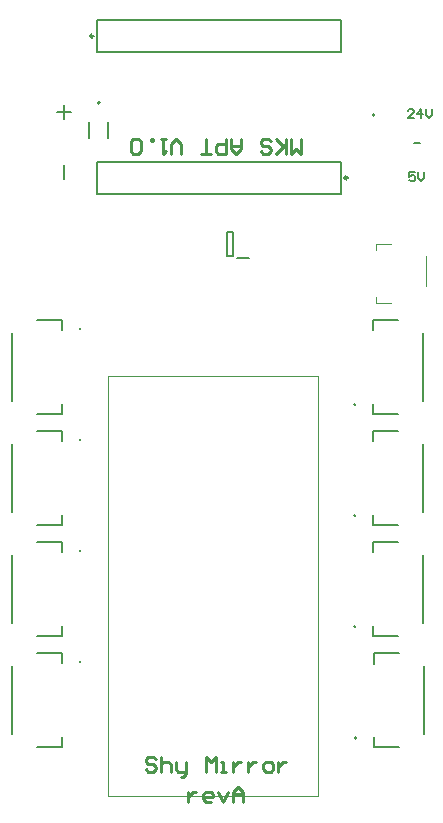
<source format=gto>
G04*
G04 #@! TF.GenerationSoftware,Altium Limited,Altium Designer,21.8.1 (53)*
G04*
G04 Layer_Color=65535*
%FSLAX25Y25*%
%MOIN*%
G70*
G04*
G04 #@! TF.SameCoordinates,1476896B-5F1A-493A-A4EA-86BB9D18E634*
G04*
G04*
G04 #@! TF.FilePolarity,Positive*
G04*
G01*
G75*
%ADD10C,0.00787*%
%ADD11C,0.00984*%
%ADD12C,0.00394*%
%ADD13C,0.00800*%
%ADD14C,0.01000*%
D10*
X131394Y340055D02*
G03*
X130606Y340055I-394J0D01*
G01*
D02*
G03*
X131394Y340055I394J0D01*
G01*
X222882Y336000D02*
G03*
X222094Y336000I-394J0D01*
G01*
D02*
G03*
X222882Y336000I394J0D01*
G01*
X124929Y264575D02*
G03*
X124929Y264575I-252J0D01*
G01*
X216575Y239347D02*
G03*
X216575Y239347I-252J0D01*
G01*
X216830Y128291D02*
G03*
X216830Y128291I-252J0D01*
G01*
X124929Y153575D02*
G03*
X124929Y153575I-252J0D01*
G01*
X216575Y202346D02*
G03*
X216575Y202346I-252J0D01*
G01*
X124929Y227575D02*
G03*
X124929Y227575I-252J0D01*
G01*
Y190575D02*
G03*
X124929Y190575I-252J0D01*
G01*
X216575Y165347D02*
G03*
X216575Y165347I-252J0D01*
G01*
X134150Y328244D02*
Y333756D01*
X127850Y328244D02*
Y333756D01*
X110315Y267709D02*
X118681D01*
X110315Y236213D02*
X118681D01*
Y239756D01*
Y264165D02*
Y267709D01*
X101949Y240543D02*
Y263378D01*
X130409Y320295D02*
X211591D01*
Y309705D02*
Y320295D01*
X130409Y309705D02*
X211591D01*
X130409D02*
Y320295D01*
Y356949D02*
X211591D01*
X130409D02*
Y367539D01*
X211591D01*
Y356949D02*
Y367539D01*
X177130Y288177D02*
X180870D01*
X175752Y289063D02*
Y296937D01*
X173587D02*
X175752D01*
X173587Y289063D02*
Y296937D01*
Y289063D02*
X175752D01*
X239051Y240543D02*
Y263378D01*
X222319Y236213D02*
Y239756D01*
Y264165D02*
Y267709D01*
X230685D01*
X222319Y236213D02*
X230685D01*
X222575Y125157D02*
X230941D01*
X222575Y156653D02*
X230941D01*
X222575Y153110D02*
Y156653D01*
Y125157D02*
Y128701D01*
X239307Y129488D02*
Y152323D01*
X110315Y156709D02*
X118681D01*
X110315Y125213D02*
X118681D01*
Y128756D01*
Y153165D02*
Y156709D01*
X101949Y129543D02*
Y152378D01*
X222319Y199213D02*
X230685D01*
X222319Y230709D02*
X230685D01*
X222319Y227165D02*
Y230709D01*
Y199213D02*
Y202756D01*
X239051Y203543D02*
Y226378D01*
X110315Y230709D02*
X118681D01*
X110315Y199213D02*
X118681D01*
Y202756D01*
Y227165D02*
Y230709D01*
X101949Y203543D02*
Y226378D01*
X110315Y193709D02*
X118681D01*
X110315Y162213D02*
X118681D01*
Y165756D01*
Y190165D02*
Y193709D01*
X101949Y166543D02*
Y189378D01*
X222319Y162213D02*
X230685D01*
X222319Y193709D02*
X230685D01*
X222319Y190165D02*
Y193709D01*
Y162213D02*
Y165756D01*
X239051Y166543D02*
Y189378D01*
D11*
X213854Y315000D02*
G03*
X213854Y315000I-492J0D01*
G01*
X129130Y362244D02*
G03*
X129130Y362244I-492J0D01*
G01*
D12*
X134000Y109000D02*
Y249000D01*
X204000D01*
Y109000D02*
Y249000D01*
X134000Y109000D02*
X204000D01*
X223402Y273213D02*
X228468D01*
X223402D02*
Y275181D01*
Y292898D02*
X228468D01*
X223402Y290929D02*
Y292898D01*
X240134Y279118D02*
Y288961D01*
D13*
X236001Y334800D02*
X234001D01*
X236001Y336799D01*
Y337299D01*
X235501Y337799D01*
X234501D01*
X234001Y337299D01*
X238500Y334800D02*
Y337799D01*
X237000Y336299D01*
X239000D01*
X239999Y337799D02*
Y335800D01*
X240999Y334800D01*
X241999Y335800D01*
Y337799D01*
X119501Y334667D02*
Y339333D01*
X117168Y337000D02*
X121834D01*
X236000Y326500D02*
X238000D01*
X119501Y314668D02*
Y319333D01*
X236500Y316799D02*
X234501D01*
Y315300D01*
X235501Y315799D01*
X236000D01*
X236500Y315300D01*
Y314300D01*
X236000Y313800D01*
X235001D01*
X234501Y314300D01*
X237500Y316799D02*
Y314800D01*
X238499Y313800D01*
X239499Y314800D01*
Y316799D01*
D14*
X198324Y328000D02*
Y323002D01*
X196658Y324668D01*
X194992Y323002D01*
Y328000D01*
X193326Y323002D02*
Y328000D01*
Y326334D01*
X189994Y323002D01*
X192493Y325501D01*
X189994Y328000D01*
X184995Y323835D02*
X185828Y323002D01*
X187494D01*
X188327Y323835D01*
Y324668D01*
X187494Y325501D01*
X185828D01*
X184995Y326334D01*
Y327167D01*
X185828Y328000D01*
X187494D01*
X188327Y327167D01*
X178331Y328000D02*
Y324668D01*
X176664Y323002D01*
X174998Y324668D01*
Y328000D01*
Y325501D01*
X178331D01*
X173332Y328000D02*
Y323002D01*
X170833D01*
X170000Y323835D01*
Y325501D01*
X170833Y326334D01*
X173332D01*
X168334Y323002D02*
X165002D01*
X166668D01*
Y328000D01*
X158337Y323002D02*
Y326334D01*
X156671Y328000D01*
X155005Y326334D01*
Y323002D01*
X153339Y328000D02*
X151673D01*
X152506D01*
Y323002D01*
X153339Y323835D01*
X149173Y328000D02*
Y327167D01*
X148340D01*
Y328000D01*
X149173D01*
X145008Y323835D02*
X144175Y323002D01*
X142509D01*
X141676Y323835D01*
Y327167D01*
X142509Y328000D01*
X144175D01*
X145008Y327167D01*
Y323835D01*
X150006Y121230D02*
X149173Y122063D01*
X147507D01*
X146674Y121230D01*
Y120396D01*
X147507Y119563D01*
X149173D01*
X150006Y118730D01*
Y117897D01*
X149173Y117064D01*
X147507D01*
X146674Y117897D01*
X151673Y122063D02*
Y117064D01*
Y119563D01*
X152506Y120396D01*
X154172D01*
X155005Y119563D01*
Y117064D01*
X156671Y120396D02*
Y117897D01*
X157504Y117064D01*
X160003D01*
Y116231D01*
X159170Y115398D01*
X158337D01*
X160003Y117064D02*
Y120396D01*
X166668Y117064D02*
Y122063D01*
X168334Y120396D01*
X170000Y122063D01*
Y117064D01*
X171666D02*
X173332D01*
X172499D01*
Y120396D01*
X171666D01*
X175831D02*
Y117064D01*
Y118730D01*
X176664Y119563D01*
X177498Y120396D01*
X178331D01*
X180830D02*
Y117064D01*
Y118730D01*
X181663Y119563D01*
X182496Y120396D01*
X183329D01*
X186661Y117064D02*
X188327D01*
X189161Y117897D01*
Y119563D01*
X188327Y120396D01*
X186661D01*
X185828Y119563D01*
Y117897D01*
X186661Y117064D01*
X190827Y120396D02*
Y117064D01*
Y118730D01*
X191660Y119563D01*
X192493Y120396D01*
X193326D01*
X160836Y110332D02*
Y107000D01*
Y108666D01*
X161669Y109499D01*
X162502Y110332D01*
X163336D01*
X168334Y107000D02*
X166668D01*
X165835Y107833D01*
Y109499D01*
X166668Y110332D01*
X168334D01*
X169167Y109499D01*
Y108666D01*
X165835D01*
X170833Y110332D02*
X172499Y107000D01*
X174165Y110332D01*
X175831Y107000D02*
Y110332D01*
X177498Y111998D01*
X179164Y110332D01*
Y107000D01*
Y109499D01*
X175831D01*
M02*

</source>
